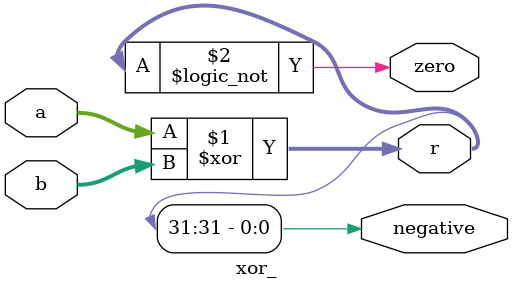
<source format=v>
`timescale 1ns / 1ps


module xor_(
    input [31:0] a,
    input [31:0] b,
    output [31:0] r,
    output zero,
    output negative
    );
    assign r = a^b;
    assign zero = (r==0);
    assign negative = (r[31]==1);
endmodule

</source>
